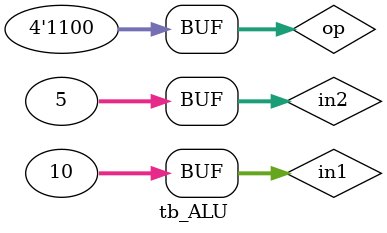
<source format=sv>
module ALU(
input wire [31:0] in1, 
input wire [31:0] in2, 
input wire [3:0] operation, 
output reg [31:0] out, 
output reg zero);

always_comb begin
  case (operation)
    4'b0000 : begin out <= in1 & in2; zero <= 0; end //AND
    4'b0001 : begin out <= in1 | in2; zero <= 0; end //OR
    4'b0010 : begin out <= in1 + in2; zero <= 0; end //add
    4'b0110 : begin out <= in1 - in2; zero <= (out == 0) ? 1 : 0; end //sub
    4'b0111 : begin out <= in1 & in2; zero <= 0; end //slt
    4'b1100 : begin out <= ~(in1 | in2); zero <= 0; end //NOR
    default : out <= 32'bx;
  endcase
end
endmodule
`timescale 1ns / 1ns
// Testbench for ALU written by ChatGPT
module tb_ALU;
  reg [31:0] in1, in2;
  reg [3:0] op;
  wire [31:0] out;
  wire zero;

  ALU uut (.in1(in1), .in2(in2), .operation(op), .out(out), .zero(zero));

  initial begin
    in1 = 32'd10; in2 = 32'd5; op = 4'b0010; // ADD
    #5 op = 4'b0110; // SUB
    #5 op = 4'b0000; // AND
    #5 op = 4'b0001; // OR
    #5 op = 4'b0111; // SLT
    #5 op = 4'b1100; // NOR
  end
endmodule

</source>
